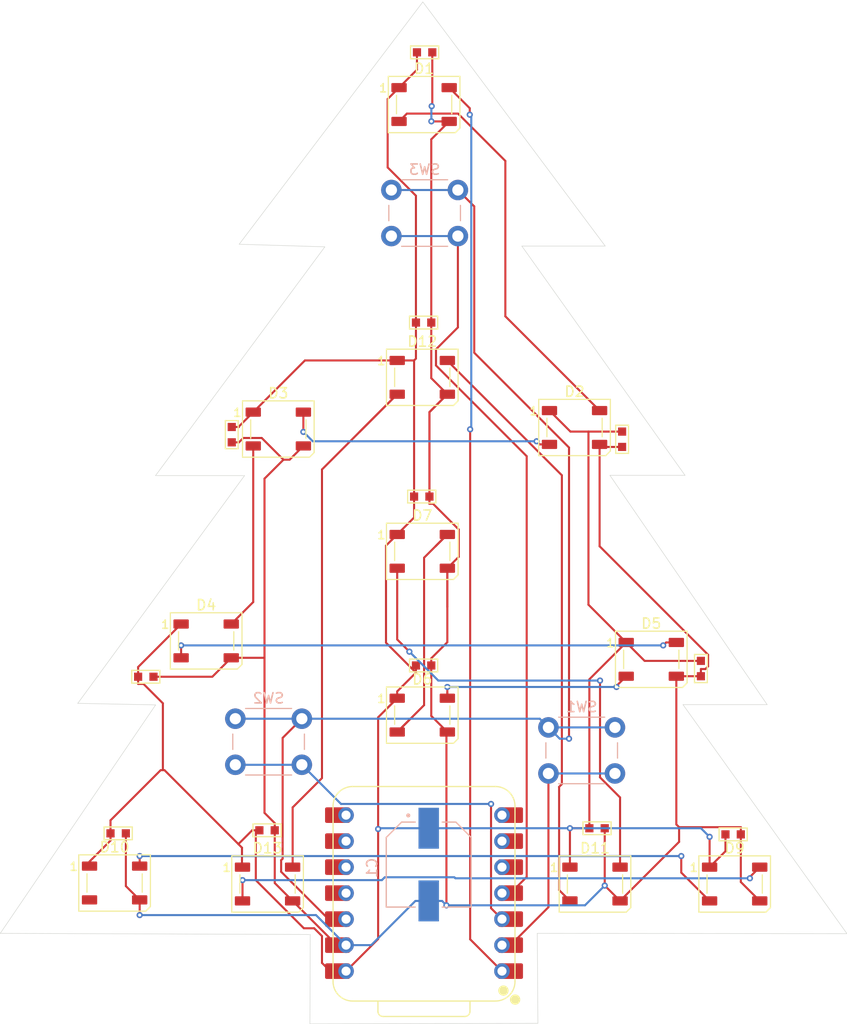
<source format=kicad_pcb>
(kicad_pcb (version 20241229) (generator "pcbnew") (generator_version "9.0")
  (layers (0 "F.Cu" signal) (2 "B.Cu" signal) (13 "F.Paste" user) (15 "B.Paste" user) (5 "F.SilkS" user "F.Silkscreen") (7 "B.SilkS" user "B.Silkscreen") (1 "F.Mask" user) (3 "B.Mask" user) (25 "Edge.Cuts" user))
  (net 0 "")
  (net 1 "Net-(D1-DIN)")
  (net 2 "+5V")
  (net 3 "Net-(D1-DOUT)")
  (net 4 "GND")
  (net 5 "Net-(D2-DOUT)")
  (net 6 "Net-(D3-DOUT)")
  (net 7 "Net-(D4-DOUT)")
  (net 8 "Net-(D5-DOUT)")
  (net 9 "Net-(D6-DOUT)")
  (net 10 "Net-(D11-DIN)")
  (net 11 "Net-(D13-DOUT)")
  (net 12 "Net-(D10-DIN)")
  (net 14 "Net-(D11-DOUT)")
  (net 15 "Net-(D12-DOUT)")
  (net 16 "+3.3V")
  (net 17 "Net-(U2-GPIO2{slash}DA{slash}A1)")
  (net 18 "Net-(U2-GPIO3{slash}D2{slash}A2)")
  (net 19 "Net-(U2-GPIO4{slash}D3{slash}A3)")
  (net 20 "unconnected-(U2-GPIO9{slash}D5{slash}I2C_SCL-Pad6)")
  (net 21 "unconnected-(U2-GPIO7{slash}D8{slash}A8{slash}SCK-Pad9)")
  (net 22 "unconnected-(U2-GPIO8{slash}D9{slash}A9{slash}MISO-Pad10)")
  (net 23 "unconnected-(U2-U0RXD{slash}D7{slash}RX-Pad8)")
  (net 24 "unconnected-(U2-U0TXD{slash}D6{slash}TX-Pad7)")
  (net 25 "unconnected-(U2-GPIO9{slash}D10{slash}A10{slash}MOSI-Pad11)")
  (net 26 "unconnected-(U2-GPIO5{slash}D4{slash}I2C_SDA-Pad5)")
  (footprint "LED_SMD:LED_WS2812B_PLCC4_5.0x5.0mm_P3.2mm" (layer "F.Cu") (at 158.3 97.4)
    (property "Reference" "D3" (at 0 -3.5 0) (layer "F.SilkS"))
    (property "Value" "WS2812B" (hide yes))
    (fp_text user "1" (at -4 -1.6 0) (layer "F.SilkS") (effects (font (size 0.8 0.8))))
    (pad "1" smd roundrect (at -2.45 -1.65) (size 1.5 0.9) (layers "F.Cu" "F.Mask" "F.Paste") (roundrect_rratio 0.1) (net 2 "+5V"))
    (pad "2" smd roundrect (at -2.45 1.65) (size 1.5 0.9) (layers "F.Cu" "F.Mask" "F.Paste") (roundrect_rratio 0.1) (net 6 "Net-(D3-DOUT)"))
    (pad "3" smd roundrect (at 2.45 1.65) (size 1.5 0.9) (layers "F.Cu" "F.Mask" "F.Paste") (roundrect_rratio 0.1) (net 4 "GND"))
    (pad "4" smd roundrect (at 2.45 -1.65) (size 1.5 0.9) (layers "F.Cu" "F.Mask" "F.Paste") (roundrect_rratio 0.1) (net 5 "Net-(D2-DOUT)"))
  )
  (footprint "LED_SMD:LED_WS2812B_PLCC4_5.0x5.0mm_P3.2mm" (layer "F.Cu") (at 142.3 141.75)
    (property "Reference" "D10" (at 0 -3.5 0) (layer "F.SilkS"))
    (property "Value" "WS2812B" (hide yes))
    (fp_text user "1" (at -4 -1.6 0) (layer "F.SilkS") (effects (font (size 0.8 0.8))))
    (pad "1" smd roundrect (at -2.45 -1.65) (size 1.5 0.9) (layers "F.Cu" "F.Mask" "F.Paste") (roundrect_rratio 0.1) (net 2 "+5V"))
    (pad "2" smd roundrect (at -2.45 1.65) (size 1.5 0.9) (layers "F.Cu" "F.Mask" "F.Paste") (roundrect_rratio 0.1))
    (pad "3" smd roundrect (at 2.45 1.65) (size 1.5 0.9) (layers "F.Cu" "F.Mask" "F.Paste") (roundrect_rratio 0.1) (net 4 "GND"))
    (pad "4" smd roundrect (at 2.45 -1.65) (size 1.5 0.9) (layers "F.Cu" "F.Mask" "F.Paste") (roundrect_rratio 0.1) (net 12 "Net-(D10-DIN)"))
  )
  (footprint "100nF Cap:WCAP-CSGP_0603_R" (layer "F.Cu") (at 172.3195 104)
    (property "Reference" "C8" (hide yes))
    (property "Value" "C")
    (pad "1" smd rect (at -0.75 0) (size 0.8 0.8) (layers "F.Cu" "F.Mask" "F.Paste") (net 2 "+5V"))
    (pad "2" smd rect (at 0.75 0) (size 0.8 0.8) (layers "F.Cu" "F.Mask" "F.Paste") (net 4 "GND"))
  )
  (footprint "LED_SMD:LED_WS2812B_PLCC4_5.0x5.0mm_P3.2mm" (layer "F.Cu") (at 189.25 141.85)
    (property "Reference" "D11" (at 0 -3.5 0) (layer "F.SilkS"))
    (property "Value" "WS2812B" (hide yes))
    (fp_text user "1" (at -4 -1.6 0) (layer "F.SilkS") (effects (font (size 0.8 0.8))))
    (pad "1" smd roundrect (at -2.45 -1.65) (size 1.5 0.9) (layers "F.Cu" "F.Mask" "F.Paste") (roundrect_rratio 0.1) (net 2 "+5V"))
    (pad "2" smd roundrect (at -2.45 1.65) (size 1.5 0.9) (layers "F.Cu" "F.Mask" "F.Paste") (roundrect_rratio 0.1) (net 14 "Net-(D11-DOUT)"))
    (pad "3" smd roundrect (at 2.45 1.65) (size 1.5 0.9) (layers "F.Cu" "F.Mask" "F.Paste") (roundrect_rratio 0.1) (net 4 "GND"))
    (pad "4" smd roundrect (at 2.45 -1.65) (size 1.5 0.9) (layers "F.Cu" "F.Mask" "F.Paste") (roundrect_rratio 0.1) (net 10 "Net-(D11-DIN)"))
  )
  (footprint "LED_SMD:LED_WS2812B_PLCC4_5.0x5.0mm_P3.2mm" (layer "F.Cu") (at 157.25 141.85)
    (property "Reference" "D13" (at 0 -3.5 0) (layer "F.SilkS"))
    (property "Value" "WS2812B" (hide yes))
    (fp_text user "1" (at -4 -1.6 0) (layer "F.SilkS") (effects (font (size 0.8 0.8))))
    (pad "1" smd roundrect (at -2.45 -1.65) (size 1.5 0.9) (layers "F.Cu" "F.Mask" "F.Paste") (roundrect_rratio 0.1) (net 2 "+5V"))
    (pad "2" smd roundrect (at -2.45 1.65) (size 1.5 0.9) (layers "F.Cu" "F.Mask" "F.Paste") (roundrect_rratio 0.1) (net 11 "Net-(D13-DOUT)"))
    (pad "3" smd roundrect (at 2.45 1.65) (size 1.5 0.9) (layers "F.Cu" "F.Mask" "F.Paste") (roundrect_rratio 0.1) (net 4 "GND"))
    (pad "4" smd roundrect (at 2.45 -1.65) (size 1.5 0.9) (layers "F.Cu" "F.Mask" "F.Paste") (roundrect_rratio 0.1) (net 15 "Net-(D12-DOUT)"))
  )
  (footprint "LED_SMD:LED_WS2812B_PLCC4_5.0x5.0mm_P3.2mm" (layer "F.Cu") (at 151.25 118.1)
    (property "Reference" "D4" (at 0 -3.5 0) (layer "F.SilkS"))
    (property "Value" "WS2812B" (hide yes))
    (fp_text user "1" (at -4 -1.6 0) (layer "F.SilkS") (effects (font (size 0.8 0.8))))
    (pad "1" smd roundrect (at -2.45 -1.65) (size 1.5 0.9) (layers "F.Cu" "F.Mask" "F.Paste") (roundrect_rratio 0.1) (net 2 "+5V"))
    (pad "2" smd roundrect (at -2.45 1.65) (size 1.5 0.9) (layers "F.Cu" "F.Mask" "F.Paste") (roundrect_rratio 0.1) (net 7 "Net-(D4-DOUT)"))
    (pad "3" smd roundrect (at 2.45 1.65) (size 1.5 0.9) (layers "F.Cu" "F.Mask" "F.Paste") (roundrect_rratio 0.1) (net 4 "GND"))
    (pad "4" smd roundrect (at 2.45 -1.65) (size 1.5 0.9) (layers "F.Cu" "F.Mask" "F.Paste") (roundrect_rratio 0.1) (net 6 "Net-(D3-DOUT)"))
  )
  (footprint "LED_SMD:LED_WS2812B_PLCC4_5.0x5.0mm_P3.2mm" (layer "F.Cu") (at 172.55 65.7)
    (property "Reference" "D1" (at 0 -3.5 0) (layer "F.SilkS"))
    (property "Value" "WS2812B" (hide yes))
    (fp_text user "1" (at -4 -1.6 0) (layer "F.SilkS") (effects (font (size 0.8 0.8))))
    (pad "1" smd roundrect (at -2.45 -1.65) (size 1.5 0.9) (layers "F.Cu" "F.Mask" "F.Paste") (roundrect_rratio 0.1) (net 2 "+5V"))
    (pad "2" smd roundrect (at -2.45 1.65) (size 1.5 0.9) (layers "F.Cu" "F.Mask" "F.Paste") (roundrect_rratio 0.1) (net 3 "Net-(D1-DOUT)"))
    (pad "3" smd roundrect (at 2.45 1.65) (size 1.5 0.9) (layers "F.Cu" "F.Mask" "F.Paste") (roundrect_rratio 0.1) (net 4 "GND"))
    (pad "4" smd roundrect (at 2.45 -1.65) (size 1.5 0.9) (layers "F.Cu" "F.Mask" "F.Paste") (roundrect_rratio 0.1) (net 1 "Net-(D1-DIN)"))
  )
  (footprint "100nF Cap:WCAP-CSGP_0603_R" (layer "F.Cu") (at 157.2 136.6)
    (property "Reference" "C12" (hide yes))
    (property "Value" "C")
    (pad "1" smd rect (at -0.75 0) (size 0.8 0.8) (layers "F.Cu" "F.Mask" "F.Paste") (net 2 "+5V"))
    (pad "2" smd rect (at 0.75 0) (size 0.8 0.8) (layers "F.Cu" "F.Mask" "F.Paste") (net 4 "GND"))
  )
  (footprint "100nF Cap:WCAP-CSGP_0603_R" (layer "F.Cu") (at 191.9 98.4 -90)
    (property "Reference" "C3" (hide yes))
    (property "Value" "C")
    (pad "1" smd rect (at -0.75 0 270) (size 0.8 0.8) (layers "F.Cu" "F.Mask" "F.Paste") (net 2 "+5V"))
    (pad "2" smd rect (at 0.75 0 270) (size 0.8 0.8) (layers "F.Cu" "F.Mask" "F.Paste") (net 4 "GND"))
  )
  (footprint "100nF Cap:WCAP-CSGP_0603_R" (layer "F.Cu") (at 202.75 137)
    (property "Reference" "C10" (hide yes))
    (property "Value" "C")
    (pad "1" smd rect (at -0.75 0) (size 0.8 0.8) (layers "F.Cu" "F.Mask" "F.Paste") (net 2 "+5V"))
    (pad "2" smd rect (at 0.75 0) (size 0.8 0.8) (layers "F.Cu" "F.Mask" "F.Paste") (net 4 "GND"))
  )
  (footprint "LED_SMD:LED_WS2812B_PLCC4_5.0x5.0mm_P3.2mm" (layer "F.Cu") (at 172.3695 125.35)
    (property "Reference" "D6" (at 0 -3.5 0) (layer "F.SilkS"))
    (property "Value" "WS2812B" (hide yes))
    (fp_text user "1" (at -4 -1.6 0) (layer "F.SilkS") (effects (font (size 0.8 0.8))))
    (pad "1" smd roundrect (at -2.45 -1.65) (size 1.5 0.9) (layers "F.Cu" "F.Mask" "F.Paste") (roundrect_rratio 0.1) (net 2 "+5V"))
    (pad "2" smd roundrect (at -2.45 1.65) (size 1.5 0.9) (layers "F.Cu" "F.Mask" "F.Paste") (roundrect_rratio 0.1) (net 9 "Net-(D6-DOUT)"))
    (pad "3" smd roundrect (at 2.45 1.65) (size 1.5 0.9) (layers "F.Cu" "F.Mask" "F.Paste") (roundrect_rratio 0.1) (net 4 "GND"))
    (pad "4" smd roundrect (at 2.45 -1.65) (size 1.5 0.9) (layers "F.Cu" "F.Mask" "F.Paste") (roundrect_rratio 0.1) (net 8 "Net-(D5-DOUT)"))
  )
  (footprint "100nF Cap:WCAP-CSGP_0603_R" (layer "F.Cu") (at 172.6 60.6)
    (property "Reference" "C2" (hide yes))
    (property "Value" "C")
    (pad "1" smd rect (at -0.75 0) (size 0.8 0.8) (layers "F.Cu" "F.Mask" "F.Paste") (net 2 "+5V"))
    (pad "2" smd rect (at 0.75 0) (size 0.8 0.8) (layers "F.Cu" "F.Mask" "F.Paste") (net 4 "GND"))
  )
  (footprint "LED_SMD:LED_WS2812B_PLCC4_5.0x5.0mm_P3.2mm" (layer "F.Cu") (at 172.3695 109.35)
    (property "Reference" "D7" (at 0 -3.5 0) (layer "F.SilkS"))
    (property "Value" "WS2812B" (hide yes))
    (fp_text user "1" (at -4 -1.6 0) (layer "F.SilkS") (effects (font (size 0.8 0.8))))
    (pad "1" smd roundrect (at -2.45 -1.65) (size 1.5 0.9) (layers "F.Cu" "F.Mask" "F.Paste") (roundrect_rratio 0.1) (net 2 "+5V"))
    (pad "2" smd roundrect (at -2.45 1.65) (size 1.5 0.9) (layers "F.Cu" "F.Mask" "F.Paste") (roundrect_rratio 0.1) (net 10 "Net-(D11-DIN)"))
    (pad "3" smd roundrect (at 2.45 1.65) (size 1.5 0.9) (layers "F.Cu" "F.Mask" "F.Paste") (roundrect_rratio 0.1) (net 4 "GND"))
    (pad "4" smd roundrect (at 2.45 -1.65) (size 1.5 0.9) (layers "F.Cu" "F.Mask" "F.Paste") (roundrect_rratio 0.1) (net 9 "Net-(D6-DOUT)"))
  )
  (footprint "LED_SMD:LED_WS2812B_PLCC4_5.0x5.0mm_P3.2mm" (layer "F.Cu") (at 187.25 97.25)
    (property "Reference" "D2" (at 0 -3.5 0) (layer "F.SilkS"))
    (property "Value" "WS2812B" (hide yes))
    (fp_text user "1" (at -4 -1.6 0) (layer "F.SilkS") (effects (font (size 0.8 0.8))))
    (pad "1" smd roundrect (at -2.45 -1.65) (size 1.5 0.9) (layers "F.Cu" "F.Mask" "F.Paste") (roundrect_rratio 0.1) (net 2 "+5V"))
    (pad "2" smd roundrect (at -2.45 1.65) (size 1.5 0.9) (layers "F.Cu" "F.Mask" "F.Paste") (roundrect_rratio 0.1) (net 5 "Net-(D2-DOUT)"))
    (pad "3" smd roundrect (at 2.45 1.65) (size 1.5 0.9) (layers "F.Cu" "F.Mask" "F.Paste") (roundrect_rratio 0.1) (net 4 "GND"))
    (pad "4" smd roundrect (at 2.45 -1.65) (size 1.5 0.9) (layers "F.Cu" "F.Mask" "F.Paste") (roundrect_rratio 0.1) (net 3 "Net-(D1-DOUT)"))
  )
  (footprint "LED_SMD:LED_WS2812B_PLCC4_5.0x5.0mm_P3.2mm" (layer "F.Cu") (at 172.3695 92.35)
    (property "Reference" "D12" (at 0 -3.5 0) (layer "F.SilkS"))
    (property "Value" "WS2812B" (hide yes))
    (fp_text user "1" (at -4 -1.6 0) (layer "F.SilkS") (effects (font (size 0.8 0.8))))
    (pad "1" smd roundrect (at -2.45 -1.65) (size 1.5 0.9) (layers "F.Cu" "F.Mask" "F.Paste") (roundrect_rratio 0.1) (net 2 "+5V"))
    (pad "2" smd roundrect (at -2.45 1.65) (size 1.5 0.9) (layers "F.Cu" "F.Mask" "F.Paste") (roundrect_rratio 0.1) (net 15 "Net-(D12-DOUT)"))
    (pad "3" smd roundrect (at 2.45 1.65) (size 1.5 0.9) (layers "F.Cu" "F.Mask" "F.Paste") (roundrect_rratio 0.1) (net 4 "GND"))
    (pad "4" smd roundrect (at 2.45 -1.65) (size 1.5 0.9) (layers "F.Cu" "F.Mask" "F.Paste") (roundrect_rratio 0.1) (net 14 "Net-(D11-DOUT)"))
  )
  (footprint "100nF Cap:WCAP-CSGP_0603_R" (layer "F.Cu") (at 172.5 87)
    (property "Reference" "C13" (hide yes))
    (property "Value" "C")
    (pad "1" smd rect (at -0.75 0) (size 0.8 0.8) (layers "F.Cu" "F.Mask" "F.Paste") (net 2 "+5V"))
    (pad "2" smd rect (at 0.75 0) (size 0.8 0.8) (layers "F.Cu" "F.Mask" "F.Paste") (net 4 "GND"))
  )
  (footprint "100nF Cap:WCAP-CSGP_0603_R" (layer "F.Cu") (at 145.35 121.6)
    (property "Reference" "C5" (hide yes))
    (property "Value" "C")
    (pad "1" smd rect (at -0.75 0) (size 0.8 0.8) (layers "F.Cu" "F.Mask" "F.Paste") (net 2 "+5V"))
    (pad "2" smd rect (at 0.75 0) (size 0.8 0.8) (layers "F.Cu" "F.Mask" "F.Paste") (net 4 "GND"))
  )
  (footprint "100nF Cap:WCAP-CSGP_0603_R" (layer "F.Cu") (at 142.65 136.9)
    (property "Reference" "C9" (hide yes))
    (property "Value" "C")
    (pad "1" smd rect (at -0.75 0) (size 0.8 0.8) (layers "F.Cu" "F.Mask" "F.Paste") (net 2 "+5V"))
    (pad "2" smd rect (at 0.75 0) (size 0.8 0.8) (layers "F.Cu" "F.Mask" "F.Paste") (net 4 "GND"))
  )
  (footprint "100nF Cap:WCAP-CSGP_0603_R" (layer "F.Cu") (at 199.6 120.8 -90)
    (property "Reference" "C6" (hide yes))
    (property "Value" "C")
    (pad "1" smd rect (at -0.75 0 270) (size 0.8 0.8) (layers "F.Cu" "F.Mask" "F.Paste") (net 2 "+5V"))
    (pad "2" smd rect (at 0.75 0 270) (size 0.8 0.8) (layers "F.Cu" "F.Mask" "F.Paste") (net 4 "GND"))
  )
  (footprint "100nF Cap:WCAP-CSGP_0603_R" (layer "F.Cu") (at 189.45 136.4)
    (property "Reference" "C14" (hide yes))
    (property "Value" "C")
    (pad "1" smd rect (at -0.75 0) (size 0.8 0.8) (layers "F.Cu" "F.Mask" "F.Paste") (net 2 "+5V"))
    (pad "2" smd rect (at 0.75 0) (size 0.8 0.8) (layers "F.Cu" "F.Mask" "F.Paste") (net 4 "GND"))
  )
  (footprint "100nF Cap:WCAP-CSGP_0603_R" (layer "F.Cu") (at 153.75 97.95 -90)
    (property "Reference" "C4" (hide yes))
    (property "Value" "C")
    (pad "1" smd rect (at -0.75 0 270) (size 0.8 0.8) (layers "F.Cu" "F.Mask" "F.Paste") (net 2 "+5V"))
    (pad "2" smd rect (at 0.75 0 270) (size 0.8 0.8) (layers "F.Cu" "F.Mask" "F.Paste") (net 4 "GND"))
  )
  (footprint "LED_SMD:LED_WS2812B_PLCC4_5.0x5.0mm_P3.2mm" (layer "F.Cu") (at 194.75 119.9)
    (property "Reference" "D5" (at 0 -3.5 0) (layer "F.SilkS"))
    (property "Value" "WS2812B" (hide yes))
    (fp_text user "1" (at -4 -1.6 0) (layer "F.SilkS") (effects (font (size 0.8 0.8))))
    (pad "1" smd roundrect (at -2.45 -1.65) (size 1.5 0.9) (layers "F.Cu" "F.Mask" "F.Paste") (roundrect_rratio 0.1) (net 2 "+5V"))
    (pad "2" smd roundrect (at -2.45 1.65) (size 1.5 0.9) (layers "F.Cu" "F.Mask" "F.Paste") (roundrect_rratio 0.1) (net 8 "Net-(D5-DOUT)"))
    (pad "3" smd roundrect (at 2.45 1.65) (size 1.5 0.9) (layers "F.Cu" "F.Mask" "F.Paste") (roundrect_rratio 0.1) (net 4 "GND"))
    (pad "4" smd roundrect (at 2.45 -1.65) (size 1.5 0.9) (layers "F.Cu" "F.Mask" "F.Paste") (roundrect_rratio 0.1) (net 7 "Net-(D4-DOUT)"))
  )
  (footprint "LED_SMD:LED_WS2812B_PLCC4_5.0x5.0mm_P3.2mm" (layer "F.Cu") (at 202.9 141.85)
    (property "Reference" "D9" (at 0 -3.5 0) (layer "F.SilkS"))
    (property "Value" "WS2812B" (hide yes))
    (fp_text user "1" (at -4 -1.6 0) (layer "F.SilkS") (effects (font (size 0.8 0.8))))
    (pad "1" smd roundrect (at -2.45 -1.65) (size 1.5 0.9) (layers "F.Cu" "F.Mask" "F.Paste") (roundrect_rratio 0.1) (net 2 "+5V"))
    (pad "2" smd roundrect (at -2.45 1.65) (size 1.5 0.9) (layers "F.Cu" "F.Mask" "F.Paste") (roundrect_rratio 0.1) (net 12 "Net-(D10-DIN)"))
    (pad "3" smd roundrect (at 2.45 1.65) (size 1.5 0.9) (layers "F.Cu" "F.Mask" "F.Paste") (roundrect_rratio 0.1) (net 4 "GND"))
    (pad "4" smd roundrect (at 2.45 -1.65) (size 1.5 0.9) (layers "F.Cu" "F.Mask" "F.Paste") (roundrect_rratio 0.1) (net 11 "Net-(D13-DOUT)"))
  )
  (footprint "xiao seeed:XIAO-ESP32S3-DIP" (layer "F.Cu") (at 172.54 142.74 180)
    (property "Reference" "U2" (hide yes))
    (property "Value" "XIAO-ESP32-S3-DIP")
    (pad "1" smd roundrect (at -8.455 -7.62) (size 2.432 1.524) (layers "F.Cu" "F.Mask") (roundrect_rratio 0.1) (net 1 "Net-(D1-DIN)"))
    (pad "1" thru_hole circle (at -7.62 -7.62) (size 1.524 1.524) (drill 0.889) (layers "*.Cu" "*.Mask") (net 1 "Net-(D1-DIN)"))
    (pad "2" smd roundrect (at -8.455 -5.08) (size 2.432 1.524) (layers "F.Cu" "F.Mask") (roundrect_rratio 0.1) (net 17 "Net-(U2-GPIO2{slash}DA{slash}A1)"))
    (pad "2" thru_hole circle (at -7.62 -5.08) (size 1.524 1.524) (drill 0.889) (layers "*.Cu" "*.Mask") (net 17 "Net-(U2-GPIO2{slash}DA{slash}A1)"))
    (pad "3" smd roundrect (at -8.455 -2.54) (size 2.432 1.524) (layers "F.Cu" "F.Mask") (roundrect_rratio 0.1) (net 18 "Net-(U2-GPIO3{slash}D2{slash}A2)"))
    (pad "3" thru_hole circle (at -7.62 -2.54) (size 1.524 1.524) (drill 0.889) (layers "*.Cu" "*.Mask") (net 18 "Net-(U2-GPIO3{slash}D2{slash}A2)"))
    (pad "4" smd roundrect (at -8.455 0) (size 2.432 1.524) (layers "F.Cu" "F.Mask") (roundrect_rratio 0.1) (net 19 "Net-(U2-GPIO4{slash}D3{slash}A3)"))
    (pad "4" thru_hole circle (at -7.62 0) (size 1.524 1.524) (drill 0.889) (layers "*.Cu" "*.Mask") (net 19 "Net-(U2-GPIO4{slash}D3{slash}A3)"))
    (pad "5" smd roundrect (at -8.455 2.54) (size 2.432 1.524) (layers "F.Cu" "F.Mask") (roundrect_rratio 0.1) (net 26 "unconnected-(U2-GPIO5{slash}D4{slash}I2C_SDA-Pad5)"))
    (pad "5" thru_hole circle (at -7.62 2.54) (size 1.524 1.524) (drill 0.889) (layers "*.Cu" "*.Mask") (net 26 "unconnected-(U2-GPIO5{slash}D4{slash}I2C_SDA-Pad5)"))
    (pad "6" smd roundrect (at -8.455 5.08) (size 2.432 1.524) (layers "F.Cu" "F.Mask") (roundrect_rratio 0.1) (net 20 "unconnected-(U2-GPIO9{slash}D5{slash}I2C_SCL-Pad6)"))
    (pad "6" thru_hole circle (at -7.62 5.08) (size 1.524 1.524) (drill 0.889) (layers "*.Cu" "*.Mask") (net 20 "unconnected-(U2-GPIO9{slash}D5{slash}I2C_SCL-Pad6)"))
    (pad "7" smd roundrect (at -8.455 7.62) (size 2.432 1.524) (layers "F.Cu" "F.Mask") (roundrect_rratio 0.1) (net 24 "unconnected-(U2-U0TXD{slash}D6{slash}TX-Pad7)"))
    (pad "7" thru_hole circle (at -7.62 7.62) (size 1.524 1.524) (drill 0.889) (layers "*.Cu" "*.Mask") (net 24 "unconnected-(U2-U0TXD{slash}D6{slash}TX-Pad7)"))
    (pad "8" thru_hole circle (at 7.62 7.62 180) (size 1.524 1.524) (drill 0.889) (layers "*.Cu" "*.Mask") (net 23 "unconnected-(U2-U0RXD{slash}D7{slash}RX-Pad8)"))
    (pad "8" smd roundrect (at 8.455 7.62 180) (size 2.432 1.524) (layers "F.Cu" "F.Mask") (roundrect_rratio 0.1) (net 23 "unconnected-(U2-U0RXD{slash}D7{slash}RX-Pad8)"))
    (pad "9" thru_hole circle (at 7.62 5.08 180) (size 1.524 1.524) (drill 0.889) (layers "*.Cu" "*.Mask") (net 21 "unconnected-(U2-GPIO7{slash}D8{slash}A8{slash}SCK-Pad9)"))
    (pad "9" smd roundrect (at 8.455 5.08 180) (size 2.432 1.524) (layers "F.Cu" "F.Mask") (roundrect_rratio 0.1) (net 21 "unconnected-(U2-GPIO7{slash}D8{slash}A8{slash}SCK-Pad9)"))
    (pad "10" thru_hole circle (at 7.62 2.54 180) (size 1.524 1.524) (drill 0.889) (layers "*.Cu" "*.Mask") (net 22 "unconnected-(U2-GPIO8{slash}D9{slash}A9{slash}MISO-Pad10)"))
    (pad "10" smd roundrect (at 8.455 2.54 180) (size 2.432 1.524) (layers "F.Cu" "F.Mask") (roundrect_rratio 0.1) (net 22 "unconnected-(U2-GPIO8{slash}D9{slash}A9{slash}MISO-Pad10)"))
    (pad "11" thru_hole circle (at 7.62 0 180) (size 1.524 1.524) (drill 0.889) (layers "*.Cu" "*.Mask") (net 25 "unconnected-(U2-GPIO9{slash}D10{slash}A10{slash}MOSI-Pad11)"))
    (pad "11" smd roundrect (at 8.455 0 180) (size 2.432 1.524) (layers "F.Cu" "F.Mask") (roundrect_rratio 0.1) (net 25 "unconnected-(U2-GPIO9{slash}D10{slash}A10{slash}MOSI-Pad11)"))
    (pad "12" thru_hole circle (at 7.62 -2.54 180) (size 1.524 1.524) (drill 0.889) (layers "*.Cu" "*.Mask") (net 16 "+3.3V"))
    (pad "12" smd roundrect (at 8.455 -2.54 180) (size 2.432 1.524) (layers "F.Cu" "F.Mask") (roundrect_rratio 0.1) (net 16 "+3.3V"))
    (pad "13" thru_hole circle (at 7.62 -5.08 180) (size 1.524 1.524) (drill 0.889) (layers "*.Cu" "*.Mask") (net 4 "GND"))
    (pad "13" smd roundrect (at 8.455 -5.08 180) (size 2.432 1.524) (layers "F.Cu" "F.Mask") (roundrect_rratio 0.1) (net 4 "GND"))
    (pad "14" thru_hole circle (at 7.62 -7.62 180) (size 1.524 1.524) (drill 0.889) (layers "*.Cu" "*.Mask") (net 2 "+5V"))
    (pad "14" smd roundrect (at 8.455 -7.62 180) (size 2.432 1.524) (layers "F.Cu" "F.Mask") (roundrect_rratio 0.1) (net 2 "+5V"))
  )
  (footprint "100nF Cap:WCAP-CSGP_0603_R" (layer "F.Cu") (at 172.5 120.5)
    (property "Reference" "C7" (hide yes))
    (property "Value" "C")
    (pad "1" smd rect (at -0.75 0) (size 0.8 0.8) (layers "F.Cu" "F.Mask" "F.Paste") (net 2 "+5V"))
    (pad "2" smd rect (at 0.75 0) (size 0.8 0.8) (layers "F.Cu" "F.Mask" "F.Paste") (net 4 "GND"))
  )
  (footprint "100uF Cap:CAP_EEEFC1E101P" (layer "B.Cu") (at 173 139.95 -90)
    (property "Reference" "C1" (at 0.325 5.535 90) (layer "B.SilkS") (effects (justify mirror)))
    (property "Value" "C_Polarized")
    (pad "1" smd rect (at -3.55 0 270) (size 4 2) (layers "B.Cu" "B.Mask" "B.Paste") (net 2 "+5V"))
    (pad "2" smd rect (at 3.55 0 270) (size 4 2) (layers "B.Cu" "B.Mask" "B.Paste") (net 4 "GND"))
  )
  (footprint "Button_Switch_THT:SW_PUSH_6mm" (layer "B.Cu") (at 175.85 74.05 180)
    (property "Reference" "SW3" (at 3.25 2 0) (layer "B.SilkS") (effects (justify mirror)))
    (property "Value" "SW_Push" (hide yes))
    (pad "1" thru_hole circle (at 0 0 90) (size 2 2) (drill 1.1) (layers "*.Cu" "*.Mask") (net 16 "+3.3V"))
    (pad "1" thru_hole circle (at 6.5 0 90) (size 2 2) (drill 1.1) (layers "*.Cu" "*.Mask") (net 16 "+3.3V"))
    (pad "2" thru_hole circle (at 0 -4.5 90) (size 2 2) (drill 1.1) (layers "*.Cu" "*.Mask") (net 19 "Net-(U2-GPIO4{slash}D3{slash}A3)"))
    (pad "2" thru_hole circle (at 6.5 -4.5 90) (size 2 2) (drill 1.1) (layers "*.Cu" "*.Mask") (net 19 "Net-(U2-GPIO4{slash}D3{slash}A3)"))
  )
  (footprint "Button_Switch_THT:SW_PUSH_6mm" (layer "B.Cu") (at 160.6 125.7 180)
    (property "Reference" "SW2" (at 3.25 2 0) (layer "B.SilkS") (effects (justify mirror)))
    (property "Value" "SW_Push" (hide yes))
    (pad "1" thru_hole circle (at 0 0 90) (size 2 2) (drill 1.1) (layers "*.Cu" "*.Mask") (net 16 "+3.3V"))
    (pad "1" thru_hole circle (at 6.5 0 90) (size 2 2) (drill 1.1) (layers "*.Cu" "*.Mask") (net 16 "+3.3V"))
    (pad "2" thru_hole circle (at 0 -4.5 90) (size 2 2) (drill 1.1) (layers "*.Cu" "*.Mask") (net 18 "Net-(U2-GPIO3{slash}D2{slash}A2)"))
    (pad "2" thru_hole circle (at 6.5 -4.5 90) (size 2 2) (drill 1.1) (layers "*.Cu" "*.Mask") (net 18 "Net-(U2-GPIO3{slash}D2{slash}A2)"))
  )
  (footprint "Button_Switch_THT:SW_PUSH_6mm" (layer "B.Cu") (at 191.2 126.55 180)
    (property "Reference" "SW1" (at 3.25 2 0) (layer "B.SilkS") (effects (justify mirror)))
    (property "Value" "SW_Push" (hide yes))
    (pad "1" thru_hole circle (at 0 0 90) (size 2 2) (drill 1.1) (layers "*.Cu" "*.Mask") (net 16 "+3.3V"))
    (pad "1" thru_hole circle (at 6.5 0 90) (size 2 2) (drill 1.1) (layers "*.Cu" "*.Mask") (net 16 "+3.3V"))
    (pad "2" thru_hole circle (at 0 -4.5 90) (size 2 2) (drill 1.1) (layers "*.Cu" "*.Mask") (net 17 "Net-(U2-GPIO2{slash}DA{slash}A1)"))
    (pad "2" thru_hole circle (at 6.5 -4.5 90) (size 2 2) (drill 1.1) (layers "*.Cu" "*.Mask") (net 17 "Net-(U2-GPIO2{slash}DA{slash}A1)"))
  )
  (gr_line (start 138.7 124.2) (end 155 101.95) (stroke (width 0.05)) (layer "Edge.Cuts"))
  (gr_line (start 146.3 101.95) (end 162.85 79.6) (stroke (width 0.05)) (layer "Edge.Cuts"))
  (gr_line (start 206.075 124.325) (end 197.85 124.325) (stroke (width 0.05)) (layer "Edge.Cuts"))
  (gr_line (start 183.67 155.46) (end 161.38979 155.500611) (stroke (width 0.05)) (layer "Edge.Cuts"))
  (gr_line (start 172.425 55.675) (end 190.25 79.525) (stroke (width 0.05)) (layer "Edge.Cuts"))
  (gr_line (start 183.61 146.67) (end 183.67 155.46) (stroke (width 0.05)) (layer "Edge.Cuts"))
  (gr_line (start 198.05 101.925) (end 190.71 101.925) (stroke (width 0.05)) (layer "Edge.Cuts"))
  (gr_line (start 213.875 146.7) (end 183.61 146.67) (stroke (width 0.05)) (layer "Edge.Cuts"))
  (gr_line (start 190.71 101.925) (end 206.075 124.325) (stroke (width 0.05)) (layer "Edge.Cuts"))
  (gr_line (start 197.85 124.325) (end 213.875 146.7) (stroke (width 0.05)) (layer "Edge.Cuts"))
  (gr_line (start 162.85 79.6) (end 154.475 79.35) (stroke (width 0.05)) (layer "Edge.Cuts"))
  (gr_line (start 154.475 79.35) (end 172.425 55.675) (stroke (width 0.05)) (layer "Edge.Cuts"))
  (gr_line (start 131.125 146.670606) (end 146.31 124.35) (stroke (width 0.05)) (layer "Edge.Cuts"))
  (gr_line (start 182.1 79.525) (end 198.05 101.925) (stroke (width 0.05)) (layer "Edge.Cuts"))
  (gr_line (start 155 101.95) (end 146.3 101.95) (stroke (width 0.05)) (layer "Edge.Cuts"))
  (gr_line (start 161.39 155.5) (end 161.42 146.78) (stroke (width 0.05)) (layer "Edge.Cuts"))
  (gr_line (start 190.25 79.525) (end 182.1 79.525) (stroke (width 0.05)) (layer "Edge.Cuts"))
  (gr_line (start 161.42 146.78) (end 131.125 146.670606) (stroke (width 0.05)) (layer "Edge.Cuts"))
  (gr_line (start 146.31 124.35) (end 138.7 124.2) (stroke (width 0.05)) (layer "Edge.Cuts"))
  (segment (start 177.05 147.25) (end 180.16 150.36) (width 0.2) (layer "F.Cu") (net 1))
  (segment (start 177.01 66.06) (end 177.01 66.69) (width 0.2) (layer "F.Cu") (net 1))
  (segment (start 177.05 97.43) (end 177.05 147.25) (width 0.2) (layer "F.Cu") (net 1))
  (segment (start 175 64.05) (end 177.01 66.06) (width 0.2) (layer "F.Cu") (net 1))
  (segment (start 180.16 150.36) (end 180.995 150.36) (width 0.2) (layer "F.Cu") (net 1))
  (via (at 177.01 66.69) (size 0.6) (drill 0.3) (layers "F.Cu" "B.Cu") (net 1))
  (via (at 177.05 97.43) (size 0.6) (drill 0.3) (layers "F.Cu" "B.Cu") (net 1))
  (segment (start 177.16 97.32) (end 177.05 97.43) (width 0.2) (layer "B.Cu") (net 1))
  (segment (start 177.01 66.69) (end 177.16 66.84) (width 0.2) (layer "B.Cu") (net 1))
  (segment (start 177.16 66.84) (end 177.16 97.32) (width 0.2) (layer "B.Cu") (net 1))
  (segment (start 147.018 124.194) (end 145.126 122.302) (width 0.2) (layer "F.Cu") (net 2))
  (segment (start 168.056 125.563) (end 168.056 136.477) (width 0.2) (layer "F.Cu") (net 2))
  (segment (start 146.804 130.727) (end 141.9 135.63) (width 0.2) (layer "F.Cu") (net 2))
  (segment (start 160.799 146.174) (end 156.099 141.474) (width 0.2) (layer "F.Cu") (net 2))
  (segment (start 194.1 120.05) (end 192.3 118.25) (width 0.2) (layer "F.Cu") (net 2))
  (segment (start 171.57 90.7) (end 171.57 104.0005) (width 0.2) (layer "F.Cu") (net 2))
  (segment (start 164.085 150.36) (end 164.92 150.36) (width 0.2) (layer "F.Cu") (net 2))
  (segment (start 186.8 140.2) (end 186.8 136.4) (width 0.2) (layer "F.Cu") (net 2))
  (segment (start 144.6 121.6) (end 144.6 120.65) (width 0.2) (layer "F.Cu") (net 2))
  (segment (start 169.372 108.2475) (end 169.9195 107.7) (width 0.2) (layer "F.Cu") (net 2))
  (segment (start 160.9 90.7) (end 169.9195 90.7) (width 0.2) (layer "F.Cu") (net 2))
  (segment (start 171.5695 104) (end 171.57 104.0005) (width 0.2) (layer "F.Cu") (net 2))
  (segment (start 145.126 122.302) (end 144.6 122.302) (width 0.2) (layer "F.Cu") (net 2))
  (segment (start 200.45 137.242) (end 200.45 140.2) (width 0.2) (layer "F.Cu") (net 2))
  (segment (start 188.611 97.65) (end 186.85 97.65) (width 0.2) (layer "F.Cu") (net 2))
  (segment (start 171.75 120.5) (end 171.75 121.202) (width 0.2) (layer "F.Cu") (net 2))
  (segment (start 154.749 138.301) (end 154.398 137.95) (width 0.2) (layer "F.Cu") (net 2))
  (segment (start 191.9 97.65) (end 188.611 97.65) (width 0.2) (layer "F.Cu") (net 2))
  (segment (start 147.018 130.727) (end 146.804 130.727) (width 0.2) (layer "F.Cu") (net 2))
  (segment (start 154.8 140.2) (end 154.749 140.149) (width 0.2) (layer "F.Cu") (net 2))
  (segment (start 161.796 146.174) (end 160.799 146.174) (width 0.2) (layer "F.Cu") (net 2))
  (segment (start 188.611 97.65) (end 188.611 114.561) (width 0.2) (layer "F.Cu") (net 2))
  (segment (start 188.7 121.85) (end 192.3 118.25) (width 0.2) (layer "F.Cu") (net 2))
  (segment (start 164.085 150.36) (end 163.37 150.36) (width 0.2) (layer "F.Cu") (net 2))
  (segment (start 171.75 121.202) (end 169.92 123.032) (width 0.2) (layer "F.Cu") (net 2))
  (segment (start 162.568 149.558) (end 162.568 146.935) (width 0.2) (layer "F.Cu") (net 2))
  (segment (start 169.92 107.7) (end 169.372 108.2475) (width 0.2) (layer "F.Cu") (net 2))
  (segment (start 154.452 97.1483) (end 155.85 95.75) (width 0.2) (layer "F.Cu") (net 2))
  (segment (start 163.37 150.36) (end 162.568 149.558) (width 0.2) (layer "F.Cu") (net 2))
  (segment (start 161.801 146.169) (end 161.796 146.174) (width 0.2) (layer "F.Cu") (net 2))
  (segment (start 168.985 71.8442) (end 171.75 74.609) (width 0.2) (layer "F.Cu") (net 2))
  (segment (start 168.988 124.6315) (end 168.056 125.563) (width 0.2) (layer "F.Cu") (net 2))
  (segment (start 155.85 95.75) (end 160.9 90.7) (width 0.2) (layer "F.Cu") (net 2))
  (segment (start 153.75 97.2) (end 154.452 97.2) (width 0.2) (layer "F.Cu") (net 2))
  (segment (start 188.7 136.4) (end 188.7 121.85) (width 0.2) (layer "F.Cu") (net 2))
  (segment (start 147.018 130.727) (end 147.018 124.194) (width 0.2) (layer "F.Cu") (net 2))
  (segment (start 168.988 124.6315) (end 169.9195 123.7) (width 0.2) (layer "F.Cu") (net 2))
  (segment (start 141.9 136.9) (end 141.9 137.602) (width 0.2) (layer "F.Cu") (net 2))
  (segment (start 147.175 130.727) (end 147.018 130.727) (width 0.2) (layer "F.Cu") (net 2))
  (segment (start 168.824 108.795) (end 168.824 118.276) (width 0.2) (layer "F.Cu") (net 2))
  (segment (start 141.9 135.63) (end 141.9 136.9) (width 0.2) (layer "F.Cu") (net 2))
  (segment (start 168.985 65.1648) (end 168.985 71.8442) (width 0.2) (layer "F.Cu") (net 2))
  (segment (start 202 138.65) (end 200.45 140.2) (width 0.2) (layer "F.Cu") (net 2))
  (segment (start 188.611 114.561) (end 192.3 118.25) (width 0.2) (layer "F.Cu") (net 2))
  (segment (start 171.85 62.3) (end 171.85 60.6) (width 0.2) (layer "F.Cu") (net 2))
  (segment (start 169.9195 90.7) (end 171.57 90.7) (width 0.2) (layer "F.Cu") (net 2))
  (segment (start 171.57 90.7) (end 171.75 90.5195) (width 0.2) (layer "F.Cu") (net 2))
  (segment (start 171.75 90.5195) (end 171.75 87) (width 0.2) (layer "F.Cu") (net 2))
  (segment (start 186.85 97.65) (end 184.8 95.6) (width 0.2) (layer "F.Cu") (net 2))
  (segment (start 169.92 123.7) (end 168.988 124.6315) (width 0.2) (layer "F.Cu") (net 2))
  (segment (start 171.57 104.0005) (end 171.57 106.05) (width 0.2) (layer "F.Cu") (net 2))
  (segment (start 168.824 118.276) (end 171.75 121.202) (width 0.2) (layer "F.Cu") (net 2))
  (segment (start 171.57 106.05) (end 169.92 107.7) (width 0.2) (layer "F.Cu") (net 2))
  (segment (start 155.748 136.6) (end 154.398 137.95) (width 0.2) (layer "F.Cu") (net 2))
  (segment (start 144.6 122.302) (end 144.6 121.6) (width 0.2) (layer "F.Cu") (net 2))
  (segment (start 169.92 123.032) (end 169.92 123.7) (width 0.2) (layer "F.Cu") (net 2))
  (segment (start 139.85 139.652) (end 139.85 140.1) (width 0.2) (layer "F.Cu") (net 2))
  (segment (start 168.056 147.224) (end 164.92 150.36) (width 0.2) (layer "F.Cu") (net 2))
  (segment (start 154.452 97.2) (end 154.452 97.1483) (width 0.2) (layer "F.Cu") (net 2))
  (segment (start 144.6 120.65) (end 148.8 116.45) (width 0.2) (layer "F.Cu") (net 2))
  (segment (start 156.45 136.6) (end 156.099 136.6) (width 0.2) (layer "F.Cu") (net 2))
  (segment (start 202 137) (end 202 138.65) (width 0.2) (layer "F.Cu") (net 2))
  (segment (start 154.398 137.95) (end 147.175 130.727) (width 0.2) (layer "F.Cu") (net 2))
  (segment (start 171.75 74.609) (end 171.75 87) (width 0.2) (layer "F.Cu") (net 2))
  (segment (start 170.1 64.05) (end 168.985 65.1648) (width 0.2) (layer "F.Cu") (net 2))
  (segment (start 199.6 120.05) (end 194.1 120.05) (width 0.2) (layer "F.Cu") (net 2))
  (segment (start 156.099 141.474) (end 156.099 136.6) (width 0.2) (layer "F.Cu") (net 2))
  (segment (start 168.056 136.477) (end 168.056 147.224) (width 0.2) (layer "F.Cu") (net 2))
  (segment (start 170.1 64.05) (end 171.85 62.3) (width 0.2) (layer "F.Cu") (net 2))
  (segment (start 141.9 137.602) (end 139.85 139.652) (width 0.2) (layer "F.Cu") (net 2))
  (segment (start 156.099 136.6) (end 155.748 136.6) (width 0.2) (layer "F.Cu") (net 2))
  (segment (start 154.749 140.149) (end 154.749 138.301) (width 0.2) (layer "F.Cu") (net 2))
  (segment (start 169.372 108.2475) (end 168.824 108.795) (width 0.2) (layer "F.Cu") (net 2))
  (segment (start 162.568 146.935) (end 161.801 146.169) (width 0.2) (layer "F.Cu") (net 2))
  (segment (start 188.7 136.4) (end 186.8 136.4) (width 0.2) (layer "F.Cu") (net 2))
  (via (at 200.45 137.242) (size 0.6) (drill 0.3) (layers "F.Cu" "B.Cu") (net 2))
  (via (at 186.8 136.4) (size 0.6) (drill 0.3) (layers "F.Cu" "B.Cu") (net 2))
  (via (at 168.056 136.477) (size 0.6) (drill 0.3) (layers "F.Cu" "B.Cu") (net 2))
  (segment (start 186.8 136.4) (end 173 136.4) (width 0.2) (layer "B.Cu") (net 2))
  (segment (start 173 136.4) (end 168.133 136.4) (width 0.2) (layer "B.Cu") (net 2))
  (segment (start 186.8 136.4) (end 199.608 136.4) (width 0.2) (layer "B.Cu") (net 2))
  (segment (start 199.608 136.4) (end 200.45 137.242) (width 0.2) (layer "B.Cu") (net 2))
  (segment (start 168.133 136.4) (end 168.056 136.477) (width 0.2) (layer "B.Cu") (net 2))
  (segment (start 175.862 66.5829) (end 180.489 71.2103) (width 0.2) (layer "F.Cu") (net 3))
  (segment (start 170.867 66.5829) (end 175.862 66.5829) (width 0.2) (layer "F.Cu") (net 3))
  (segment (start 180.489 71.2103) (end 180.489 86.3894) (width 0.2) (layer "F.Cu") (net 3))
  (segment (start 180.489 86.3894) (end 189.7 95.6) (width 0.2) (layer "F.Cu") (net 3))
  (segment (start 170.1 67.35) (end 170.867 66.5829) (width 0.2) (layer "F.Cu") (net 3))
  (segment (start 197.2 121.55) (end 197.2 136.028) (width 0.2) (layer "F.Cu") (net 4))
  (segment (start 164.085 147.82) (end 164.92 147.82) (width 0.2) (layer "F.Cu") (net 4))
  (segment (start 174.82 94) (end 173.25 92.4305) (width 0.2) (layer "F.Cu") (net 4))
  (segment (start 173.07 104.7017) (end 173.07 95.75) (width 0.2) (layer "F.Cu") (net 4))
  (segment (start 157.95 136.6) (end 157.95 141.75) (width 0.2) (layer "F.Cu") (net 4))
  (segment (start 151.85 121.6) (end 153.7 119.75) (width 0.2) (layer "F.Cu") (net 4))
  (segment (start 200.302 119.454) (end 189.7 108.853) (width 0.2) (layer "F.Cu") (net 4))
  (segment (start 199.6 121.55) (end 199.6 120.848) (width 0.2) (layer "F.Cu") (net 4))
  (segment (start 175 67.35) (end 173.27 67.35) (width 0.2) (layer "F.Cu") (net 4))
  (segment (start 153.7 119.75) (end 156.95 119.75) (width 0.2) (layer "F.Cu") (net 4))
  (segment (start 160.75 99.05) (end 159.405 100.395) (width 0.2) (layer "F.Cu") (net 4))
  (segment (start 190.2 142) (end 191.7 143.5) (width 0.2) (layer "F.Cu") (net 4))
  (segment (start 157.95 141.75) (end 159.7 143.5) (width 0.2) (layer "F.Cu") (net 4))
  (segment (start 173.0695 95.75) (end 173.0695 104) (width 0.2) (layer "F.Cu") (net 4))
  (segment (start 173.25 69.1) (end 175 67.35) (width 0.2) (layer "F.Cu") (net 4))
  (segment (start 173.25 87) (end 173.25 69.1) (width 0.2) (layer "F.Cu") (net 4))
  (segment (start 174.82 118.229) (end 174.82 114.7726) (width 0.2) (layer "F.Cu") (net 4))
  (segment (start 154.877 98.2745) (end 154.452 98.7) (width 0.2) (layer "F.Cu") (net 4))
  (segment (start 174.7755 127.044) (end 174.731 127.088) (width 0.2) (layer "F.Cu") (net 4))
  (segment (start 190.2 136.4) (end 190.2 142) (width 0.2) (layer "F.Cu") (net 4))
  (segment (start 164.02 147.82) (end 164.085 147.82) (width 0.2) (layer "F.Cu") (net 4))
  (segment (start 205.35 143.5) (end 203.5 141.65) (width 0.2) (layer "F.Cu") (net 4))
  (segment (start 158.803 100.395) (end 156.682 98.2745) (width 0.2) (layer "F.Cu") (net 4))
  (segment (start 173.25 120.5) (end 173.25 125.43) (width 0.2) (layer "F.Cu") (net 4))
  (segment (start 146.1 121.6) (end 151.85 121.6) (width 0.2) (layer "F.Cu") (net 4))
  (segment (start 203.5 141.65) (end 203.5 137) (width 0.2) (layer "F.Cu") (net 4))
  (segment (start 144.75 143.4) (end 144.75 144.886) (width 0.2) (layer "F.Cu") (net 4))
  (segment (start 203.5 136.298) (end 197.47 136.298) (width 0.2) (layer "F.Cu") (net 4))
  (segment (start 154.452 98.7) (end 153.75 98.7) (width 0.2) (layer "F.Cu") (net 4))
  (segment (start 203.5 137) (end 203.5 136.298) (width 0.2) (layer "F.Cu") (net 4))
  (segment (start 174.82 127) (end 174.7755 127.044) (width 0.2) (layer "F.Cu") (net 4))
  (segment (start 173.07 95.75) (end 174.82 94) (width 0.2) (layer "F.Cu") (net 4))
  (segment (start 173.07 104.702) (end 173.07 104.7017) (width 0.2) (layer "F.Cu") (net 4))
  (segment (start 156.95 102.248) (end 158.803 100.395) (width 0.2) (layer "F.Cu") (net 4))
  (segment (start 174.8195 94) (end 173.0695 95.75) (width 0.2) (layer "F.Cu") (net 4))
  (segment (start 159.405 100.395) (end 158.803 100.395) (width 0.2) (layer "F.Cu") (net 4))
  (segment (start 200.302 120.585) (end 200.302 119.454) (width 0.2) (layer "F.Cu") (net 4))
  (segment (start 174.8195 114.7721) (end 174.82 114.7726) (width 0.2) (layer "F.Cu") (net 4))
  (segment (start 174.82 111) (end 175.934 109.885) (width 0.2) (layer "F.Cu") (net 4))
  (segment (start 174.8195 111) (end 174.8195 114.7721) (width 0.2) (layer "F.Cu") (net 4))
  (segment (start 197.47 136.298) (end 197.47 137.73) (width 0.2) (layer "F.Cu") (net 4))
  (segment (start 173.0695 104.7017) (end 173.07 104.7017) (width 0.2) (layer "F.Cu") (net 4))
  (segment (start 173.35 60.6) (end 173.35 65.8) (width 0.2) (layer "F.Cu") (net 4))
  (segment (start 189.95 99.15) (end 189.7 98.9) (width 0.2) (layer "F.Cu") (net 4))
  (segment (start 174.731 127.088) (end 174.731 143.93) (width 0.2) (layer "F.Cu") (net 4))
  (segment (start 173.0695 104) (end 173.0695 104.7017) (width 0.2) (layer "F.Cu") (net 4))
  (segment (start 189.7 108.853) (end 189.7 98.9) (width 0.2) (layer "F.Cu") (net 4))
  (segment (start 156.95 119.75) (end 156.95 102.248) (width 0.2) (layer "F.Cu") (net 4))
  (segment (start 173.25 92.4305) (end 173.25 87) (width 0.2) (layer "F.Cu") (net 4))
  (segment (start 156.95 134.898) (end 157.95 135.898) (width 0.2) (layer "F.Cu") (net 4))
  (segment (start 144.75 143.4) (end 143.4 142.05) (width 0.2) (layer "F.Cu") (net 4))
  (segment (start 175.934 109.885) (end 175.934 107.216) (width 0.2) (layer "F.Cu") (net 4))
  (segment (start 173.27 67.35) (end 173.26 67.34) (width 0.2) (layer "F.Cu") (net 4))
  (segment (start 174.82 114.7726) (end 174.82 111) (width 0.2) (layer "F.Cu") (net 4))
  (segment (start 199.6 120.848) (end 200.039 120.848) (width 0.2) (layer "F.Cu") (net 4))
  (segment (start 197.47 137.73) (end 191.7 143.5) (width 0.2) (layer "F.Cu") (net 4))
  (segment (start 143.4 142.05) (end 143.4 136.9) (width 0.2) (layer "F.Cu") (net 4))
  (segment (start 175.934 107.216) (end 173.42 104.702) (width 0.2) (layer "F.Cu") (net 4))
  (segment (start 174.7755 127.044) (end 174.8195 127) (width 0.2) (layer "F.Cu") (net 4))
  (segment (start 199.6 121.55) (end 197.2 121.55) (width 0.2) (layer "F.Cu") (net 4))
  (segment (start 200.039 120.848) (end 200.302 120.585) (width 0.2) (layer "F.Cu") (net 4))
  (segment (start 157.95 135.898) (end 157.95 136.6) (width 0.2) (layer "F.Cu") (net 4))
  (segment (start 173.25 125.43) (end 174.82 127) (width 0.2) (layer "F.Cu") (net 4))
  (segment (start 173.42 104.702) (end 173.07 104.702) (width 0.2) (layer "F.Cu") (net 4))
  (segment (start 159.7 143.5) (end 164.02 147.82) (width 0.2) (layer "F.Cu") (net 4))
  (segment (start 197.2 136.028) (end 197.47 136.298) (width 0.2) (layer "F.Cu") (net 4))
  (segment (start 156.682 98.2745) (end 154.877 98.2745) (width 0.2) (layer "F.Cu") (net 4))
  (segment (start 173.25 120.5) (end 173.25 119.798) (width 0.2) (layer "F.Cu") (net 4))
  (segment (start 156.95 119.75) (end 156.95 134.898) (width 0.2) (layer "F.Cu") (net 4))
  (segment (start 173.35 65.8) (end 173.29 65.86) (width 0.2) (layer "F.Cu") (net 4))
  (segment (start 191.9 99.15) (end 189.95 99.15) (width 0.2) (layer "F.Cu") (net 4))
  (segment (start 173.25 119.798) (end 174.82 118.229) (width 0.2) (layer "F.Cu") (net 4))
  (via (at 173.29 65.86) (size 0.6) (drill 0.3) (layers "F.Cu" "B.Cu") (net 4))
  (via (at 144.75 144.886) (size 0.6) (drill 0.3) (layers "F.Cu" "B.Cu") (net 4))
  (via (at 174.731 143.93) (size 0.6) (drill 0.3) (layers "F.Cu" "B.Cu") (net 4))
  (via (at 190.2 142) (size 0.6) (drill 0.3) (layers "F.Cu" "B.Cu") (net 4))
  (via (at 173.26 67.34) (size 0.6) (drill 0.3) (layers "F.Cu" "B.Cu") (net 4))
  (segment (start 161.986 144.886) (end 144.75 144.886) (width 0.2) (layer "B.Cu") (net 4))
  (segment (start 173 143.5) (end 174.302 143.5) (width 0.2) (layer "B.Cu") (net 4))
  (segment (start 174.731 143.93) (end 188.27 143.93) (width 0.2) (layer "B.Cu") (net 4))
  (segment (start 173 143.5) (end 171.698 143.5) (width 0.2) (layer "B.Cu") (net 4))
  (segment (start 188.27 143.93) (end 190.2 142) (width 0.2) (layer "B.Cu") (net 4))
  (segment (start 167.378 147.82) (end 164.92 147.82) (width 0.2) (layer "B.Cu") (net 4))
  (segment (start 173.26 65.89) (end 173.29 65.86) (width 0.2) (layer "B.Cu") (net 4))
  (segment (start 171.698 143.5) (end 167.378 147.82) (width 0.2) (layer "B.Cu") (net 4))
  (segment (start 174.302 143.5) (end 174.731 143.93) (width 0.2) (layer "B.Cu") (net 4))
  (segment (start 164.92 147.82) (end 161.986 144.886) (width 0.2) (layer "B.Cu") (net 4))
  (segment (start 173.26 67.34) (end 173.26 65.89) (width 0.2) (layer "B.Cu") (net 4))
  (segment (start 183.844 98.9) (end 183.543 98.5995) (width 0.2) (layer "F.Cu") (net 5))
  (segment (start 160.75 97.6798) (end 160.75 95.75) (width 0.2) (layer "F.Cu") (net 5))
  (segment (start 184.8 98.9) (end 183.844 98.9) (width 0.2) (layer "F.Cu") (net 5))
  (via (at 160.75 97.6798) (size 0.6) (drill 0.3) (layers "F.Cu" "B.Cu") (net 5))
  (via (at 183.543 98.5995) (size 0.6) (drill 0.3) (layers "F.Cu" "B.Cu") (net 5))
  (segment (start 160.75 97.6798) (end 161.67 98.5995) (width 0.2) (layer "B.Cu") (net 5))
  (segment (start 161.67 98.5995) (end 183.543 98.5995) (width 0.2) (layer "B.Cu") (net 5))
  (segment (start 155.85 114.3) (end 155.85 99.05) (width 0.2) (layer "F.Cu") (net 6))
  (segment (start 153.7 116.45) (end 155.85 114.3) (width 0.2) (layer "F.Cu") (net 6))
  (segment (start 196.204 118.25) (end 195.916 118.539) (width 0.2) (layer "F.Cu") (net 7))
  (segment (start 148.8 119.75) (end 148.8 118.539) (width 0.2) (layer "F.Cu") (net 7))
  (segment (start 197.2 118.25) (end 196.204 118.25) (width 0.2) (layer "F.Cu") (net 7))
  (via (at 148.8 118.539) (size 0.6) (drill 0.3) (layers "F.Cu" "B.Cu") (net 7))
  (via (at 195.916 118.539) (size 0.6) (drill 0.3) (layers "F.Cu" "B.Cu") (net 7))
  (segment (start 195.916 118.539) (end 148.8 118.539) (width 0.2) (layer "B.Cu") (net 7))
  (segment (start 192.3 121.55) (end 191.351 122.499) (width 0.2) (layer "F.Cu") (net 8))
  (segment (start 174.82 123.7) (end 174.82 123.1495) (width 0.2) (layer "F.Cu") (net 8))
  (segment (start 174.8195 123.15) (end 174.8195 123.7) (width 0.2) (layer "F.Cu") (net 8))
  (segment (start 174.82 123.1495) (end 174.82 122.599) (width 0.2) (layer "F.Cu") (net 8))
  (segment (start 191.351 122.499) (end 191.351 122.599) (width 0.2) (layer "F.Cu") (net 8))
  (segment (start 174.82 123.1495) (end 174.8195 123.15) (width 0.2) (layer "F.Cu") (net 8))
  (via (at 174.82 122.599) (size 0.6) (drill 0.3) (layers "F.Cu" "B.Cu") (net 8))
  (via (at 191.351 122.599) (size 0.6) (drill 0.3) (layers "F.Cu" "B.Cu") (net 8))
  (segment (start 174.82 122.599) (end 191.351 122.599) (width 0.2) (layer "B.Cu") (net 8))
  (segment (start 173.684 108.8355) (end 172.548 109.971) (width 0.2) (layer "F.Cu") (net 9))
  (segment (start 174.82 107.7) (end 173.684 108.8355) (width 0.2) (layer "F.Cu") (net 9))
  (segment (start 172.548 109.971) (end 172.548 124.371) (width 0.2) (layer "F.Cu") (net 9))
  (segment (start 173.684 108.8355) (end 174.8195 107.7) (width 0.2) (layer "F.Cu") (net 9))
  (segment (start 172.548 124.371) (end 171.234 125.6855) (width 0.2) (layer "F.Cu") (net 9))
  (segment (start 171.234 125.6855) (end 169.9195 127) (width 0.2) (layer "F.Cu") (net 9))
  (segment (start 171.234 125.6855) (end 169.92 127) (width 0.2) (layer "F.Cu") (net 9))
  (segment (start 189.742 131.432) (end 189.742 121.974) (width 0.2) (layer "F.Cu") (net 10))
  (segment (start 191.7 140.2) (end 191.7 133.391) (width 0.2) (layer "F.Cu") (net 10))
  (segment (start 169.9195 114.478) (end 169.9195 111) (width 0.2) (layer "F.Cu") (net 10))
  (segment (start 169.92 114.4785) (end 169.92 111) (width 0.2) (layer "F.Cu") (net 10))
  (segment (start 171.111 119.148) (end 169.92 117.957) (width 0.2) (layer "F.Cu") (net 10))
  (segment (start 169.92 117.957) (end 169.92 114.4785) (width 0.2) (layer "F.Cu") (net 10))
  (segment (start 191.7 133.391) (end 189.742 131.432) (width 0.2) (layer "F.Cu") (net 10))
  (segment (start 169.92 114.4785) (end 169.9195 114.478) (width 0.2) (layer "F.Cu") (net 10))
  (via (at 171.111 119.148) (size 0.6) (drill 0.3) (layers "F.Cu" "B.Cu") (net 10))
  (via (at 189.742 121.974) (size 0.6) (drill 0.3) (layers "F.Cu" "B.Cu") (net 10))
  (segment (start 173.936 121.974) (end 189.742 121.974) (width 0.2) (layer "B.Cu") (net 10))
  (segment (start 171.111 119.148) (end 173.936 121.974) (width 0.2) (layer "B.Cu") (net 10))
  (segment (start 205.35 140.2) (end 204.385 141.165) (width 0.2) (layer "F.Cu") (net 11))
  (segment (start 154.8 143.5) (end 154.8 141.47) (width 0.2) (layer "F.Cu") (net 11))
  (segment (start 204.385 141.165) (end 204.385 141.291) (width 0.2) (layer "F.Cu") (net 11))
  (via (at 154.8 141.47) (size 0.6) (drill 0.3) (layers "F.Cu" "B.Cu") (net 11))
  (via (at 204.385 141.291) (size 0.6) (drill 0.3) (layers "F.Cu" "B.Cu") (net 11))
  (segment (start 175.605 141.291) (end 204.385 141.291) (width 0.2) (layer "B.Cu") (net 11))
  (segment (start 168.704 141.189) (end 175.503 141.189) (width 0.2) (layer "B.Cu") (net 11))
  (segment (start 168.423 141.47) (end 168.704 141.189) (width 0.2) (layer "B.Cu") (net 11))
  (segment (start 154.8 141.47) (end 168.423 141.47) (width 0.2) (layer "B.Cu") (net 11))
  (segment (start 175.503 141.189) (end 175.605 141.291) (width 0.2) (layer "B.Cu") (net 11))
  (segment (start 197.681 140.731) (end 197.681 139.119) (width 0.2) (layer "F.Cu") (net 12))
  (segment (start 144.75 140.1) (end 144.75 139.119) (width 0.2) (layer "F.Cu") (net 12))
  (segment (start 200.45 143.5) (end 197.681 140.731) (width 0.2) (layer "F.Cu") (net 12))
  (via (at 197.681 139.119) (size 0.6) (drill 0.3) (layers "F.Cu" "B.Cu") (net 12))
  (via (at 144.75 139.119) (size 0.6) (drill 0.3) (layers "F.Cu" "B.Cu") (net 12))
  (segment (start 144.75 139.119) (end 197.681 139.119) (width 0.2) (layer "B.Cu") (net 12))
  (segment (start 174.82 90.7133) (end 174.82 90.7266) (width 0.2) (layer "F.Cu") (net 14))
  (segment (start 185.743 142.443) (end 186.8 143.5) (width 0.2) (layer "F.Cu") (net 14))
  (segment (start 186.011 101.918) (end 186.011 132.089) (width 0.2) (layer "F.Cu") (net 14))
  (segment (start 174.82 90.7133) (end 174.8195 90.7128) (width 0.2) (layer "F.Cu") (net 14))
  (segment (start 186.011 132.089) (end 185.743 132.357) (width 0.2) (layer "F.Cu") (net 14))
  (segment (start 174.82 90.7) (end 174.82 90.7133) (width 0.2) (layer "F.Cu") (net 14))
  (segment (start 185.743 132.357) (end 185.743 142.443) (width 0.2) (layer "F.Cu") (net 14))
  (segment (start 174.82 90.7266) (end 186.011 101.918) (width 0.2) (layer "F.Cu") (net 14))
  (segment (start 174.8195 90.7128) (end 174.8195 90.7) (width 0.2) (layer "F.Cu") (net 14))
  (segment (start 159.7 134.368) (end 159.7 140.2) (width 0.2) (layer "F.Cu") (net 15))
  (segment (start 166.244 97.6755) (end 169.9195 94) (width 0.2) (layer "F.Cu") (net 15))
  (segment (start 166.244 97.6755) (end 162.568 101.351) (width 0.2) (layer "F.Cu") (net 15))
  (segment (start 169.92 94) (end 166.244 97.6755) (width 0.2) (layer "F.Cu") (net 15))
  (segment (start 162.568 101.351) (end 162.568 131.5) (width 0.2) (layer "F.Cu") (net 15))
  (segment (start 162.568 131.5) (end 159.7 134.368) (width 0.2) (layer "F.Cu") (net 15))
  (segment (start 186.7118 99.211) (end 186.7118 127.651) (width 0.2) (layer "F.Cu") (net 16))
  (segment (start 158.5772 139.5225) (end 158.7221 139.3776) (width 0.2) (layer "F.Cu") (net 16))
  (segment (start 158.7221 127.5779) (end 160.6 125.7) (width 0.2) (layer "F.Cu") (net 16))
  (segment (start 163.2031 145.28) (end 158.5772 140.6541) (width 0.2) (layer "F.Cu") (net 16))
  (segment (start 158.5772 140.6541) (end 158.5772 139.5225) (width 0.2) (layer "F.Cu") (net 16))
  (segment (start 158.7221 139.3776) (end 158.7221 127.5779) (width 0.2) (layer "F.Cu") (net 16))
  (segment (start 164.085 145.28) (end 163.2031 145.28) (width 0.2) (layer "F.Cu") (net 16))
  (segment (start 164.085 145.28) (end 164.92 145.28) (width 0.2) (layer "F.Cu") (net 16))
  (segment (start 177.4502 89.9494) (end 186.7118 99.211) (width 0.2) (layer "F.Cu") (net 16))
  (segment (start 177.4502 75.6502) (end 177.4502 89.9494) (width 0.2) (layer "F.Cu") (net 16))
  (segment (start 175.85 74.05) (end 177.4502 75.6502) (width 0.2) (layer "F.Cu") (net 16))
  (via (at 186.7118 127.651) (size 0.6) (drill 0.3) (layers "F.Cu" "B.Cu") (net 16))
  (segment (start 169.35 74.05) (end 175.85 74.05) (width 0.2) (layer "B.Cu") (net 16))
  (segment (start 160.6 125.7) (end 183.85 125.7) (width 0.2) (layer "B.Cu") (net 16))
  (segment (start 185.801 127.651) (end 184.7 126.55) (width 0.2) (layer "B.Cu") (net 16))
  (segment (start 154.1 125.7) (end 160.6 125.7) (width 0.2) (layer "B.Cu") (net 16))
  (segment (start 183.85 125.7) (end 184.7 126.55) (width 0.2) (layer "B.Cu") (net 16))
  (segment (start 186.7118 127.651) (end 185.801 127.651) (width 0.2) (layer "B.Cu") (net 16))
  (segment (start 184.7 126.55) (end 191.2 126.55) (width 0.2) (layer "B.Cu") (net 16))
  (segment (start 184.7 144.115) (end 180.995 147.82) (width 0.2) (layer "F.Cu") (net 17))
  (segment (start 184.7 131.05) (end 184.7 144.115) (width 0.2) (layer "F.Cu") (net 17))
  (segment (start 180.16 147.82) (end 180.995 147.82) (width 0.2) (layer "F.Cu") (net 17))
  (segment (start 184.7 131.05) (end 191.2 131.05) (width 0.2) (layer "B.Cu") (net 17))
  (segment (start 180.16 145.28) (end 179.089 144.209) (width 0.2) (layer "F.Cu") (net 18))
  (segment (start 180.995 145.28) (end 180.16 145.28) (width 0.2) (layer "F.Cu") (net 18))
  (segment (start 179.089 144.209) (end 179.089 134.028) (width 0.2) (layer "F.Cu") (net 18))
  (via (at 179.089 134.028) (size 0.6) (drill 0.3) (layers "F.Cu" "B.Cu") (net 18))
  (segment (start 154.1 130.2) (end 160.6 130.2) (width 0.2) (layer "B.Cu") (net 18))
  (segment (start 160.6 130.2) (end 164.428 134.028) (width 0.2) (layer "B.Cu") (net 18))
  (segment (start 164.428 134.028) (end 179.089 134.028) (width 0.2) (layer "B.Cu") (net 18))
  (segment (start 180.995 142.74) (end 182.573 141.162) (width 0.2) (layer "F.Cu") (net 19))
  (segment (start 175.85 87.4729) (end 175.85 78.55) (width 0.2) (layer "F.Cu") (net 19))
  (segment (start 173.71 91.1909) (end 173.71 89.6133) (width 0.2) (layer "F.Cu") (net 19))
  (segment (start 173.71 89.6133) (end 175.85 87.4729) (width 0.2) (layer "F.Cu") (net 19))
  (segment (start 180.16 142.74) (end 180.995 142.74) (width 0.2) (layer "F.Cu") (net 19))
  (segment (start 182.573 141.162) (end 182.573 100.054) (width 0.2) (layer "F.Cu") (net 19))
  (segment (start 182.573 100.054) (end 173.71 91.1909) (width 0.2) (layer "F.Cu") (net 19))
  (segment (start 169.35 78.55) (end 175.85 78.55) (width 0.2) (layer "B.Cu") (net 19))
  (segment (start 180.16 137.66) (end 180.995 137.66) (width 0.2) (layer "F.Cu") (net 20))
  (segment (start 164.085 137.66) (end 164.92 137.66) (width 0.2) (layer "F.Cu") (net 21))
  (segment (start 164.085 140.2) (end 164.92 140.2) (width 0.2) (layer "F.Cu") (net 22))
  (segment (start 164.085 135.12) (end 164.92 135.12) (width 0.2) (layer "F.Cu") (net 23))
  (segment (start 180.16 135.12) (end 180.995 135.12) (width 0.2) (layer "F.Cu") (net 24))
  (segment (start 164.085 142.74) (end 164.92 142.74) (width 0.2) (layer "F.Cu") (net 25))
  (segment (start 180.16 140.2) (end 180.995 140.2) (width 0.2) (layer "F.Cu") (net 26))
)
</source>
